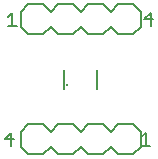
<source format=gto>
G75*
G70*
%OFA0B0*%
%FSLAX24Y24*%
%IPPOS*%
%LPD*%
%AMOC8*
5,1,8,0,0,1.08239X$1,22.5*
%
%ADD10C,0.0060*%
%ADD11C,0.0079*%
%ADD12C,0.0050*%
D10*
X001026Y000927D02*
X000776Y001177D01*
X000776Y001677D01*
X001026Y001927D01*
X001526Y001927D01*
X001776Y001677D01*
X002026Y001927D01*
X002526Y001927D01*
X002776Y001677D01*
X003026Y001927D01*
X003526Y001927D01*
X003776Y001677D01*
X004026Y001927D01*
X004526Y001927D01*
X004776Y001677D01*
X004776Y001177D01*
X004526Y000927D01*
X004026Y000927D01*
X003776Y001177D01*
X003526Y000927D01*
X003026Y000927D01*
X002776Y001177D01*
X002526Y000927D01*
X002026Y000927D01*
X001776Y001177D01*
X001526Y000927D01*
X001026Y000927D01*
X002216Y003120D02*
X002216Y003735D01*
X002026Y004927D02*
X001776Y005177D01*
X001526Y004927D01*
X001026Y004927D01*
X000776Y005177D01*
X000776Y005677D01*
X001026Y005927D01*
X001526Y005927D01*
X001776Y005677D01*
X002026Y005927D01*
X002526Y005927D01*
X002776Y005677D01*
X003026Y005927D01*
X003526Y005927D01*
X003776Y005677D01*
X004026Y005927D01*
X004526Y005927D01*
X004776Y005677D01*
X004776Y005177D01*
X004526Y004927D01*
X004026Y004927D01*
X003776Y005177D01*
X003526Y004927D01*
X003026Y004927D01*
X002776Y005177D01*
X002526Y004927D01*
X002026Y004927D01*
X003336Y003735D02*
X003336Y003120D01*
D11*
X002323Y003230D03*
D12*
X000466Y001653D02*
X000466Y001202D01*
X000541Y001427D02*
X000241Y001427D01*
X000466Y001653D01*
X000501Y005202D02*
X000501Y005653D01*
X000351Y005502D01*
X000351Y005202D02*
X000651Y005202D01*
X004791Y001502D02*
X004941Y001653D01*
X004941Y001202D01*
X004791Y001202D02*
X005091Y001202D01*
X005126Y005202D02*
X005126Y005653D01*
X004901Y005427D01*
X005201Y005427D01*
M02*

</source>
